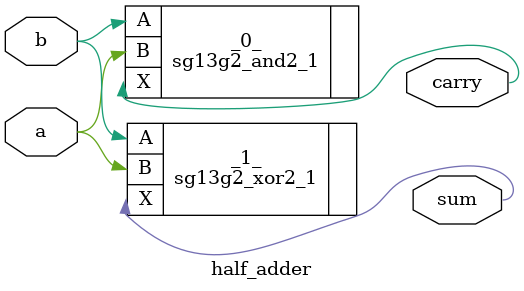
<source format=v>
/* Generated by Yosys 0.53+70 (git sha1 3ef4c91c3, clang++ 18.1.8 -fPIC -O3) */

module half_adder(a, b, sum, carry);
  input a;
  wire a;
  input b;
  wire b;
  output carry;
  wire carry;
  output sum;
  wire sum;
  sg13g2_and2_1 _0_ (
    .A(b),
    .B(a),
    .X(carry)
  );
  sg13g2_xor2_1 _1_ (
    .A(b),
    .B(a),
    .X(sum)
  );
endmodule

</source>
